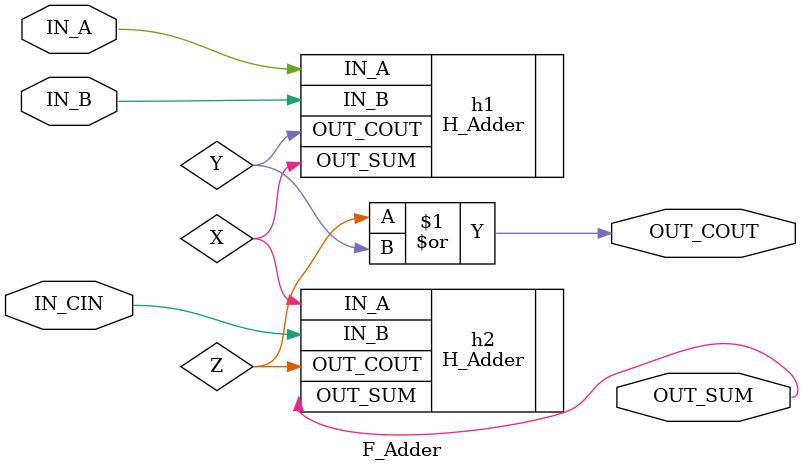
<source format=v>
`timescale 1ns / 1ps


module F_Adder( IN_A,IN_B,IN_CIN, OUT_SUM,OUT_COUT );
input  IN_A,IN_B,IN_CIN;
output  OUT_SUM, OUT_COUT;

wire X,Y,Z;
H_Adder h1(.IN_A(IN_A), .IN_B(IN_B), .OUT_SUM(X), .OUT_COUT(Y));
H_Adder h2(.IN_A(X), .IN_B(IN_CIN), .OUT_SUM(OUT_SUM), .OUT_COUT(Z));
or or_1(OUT_COUT,Z,Y);


endmodule

</source>
